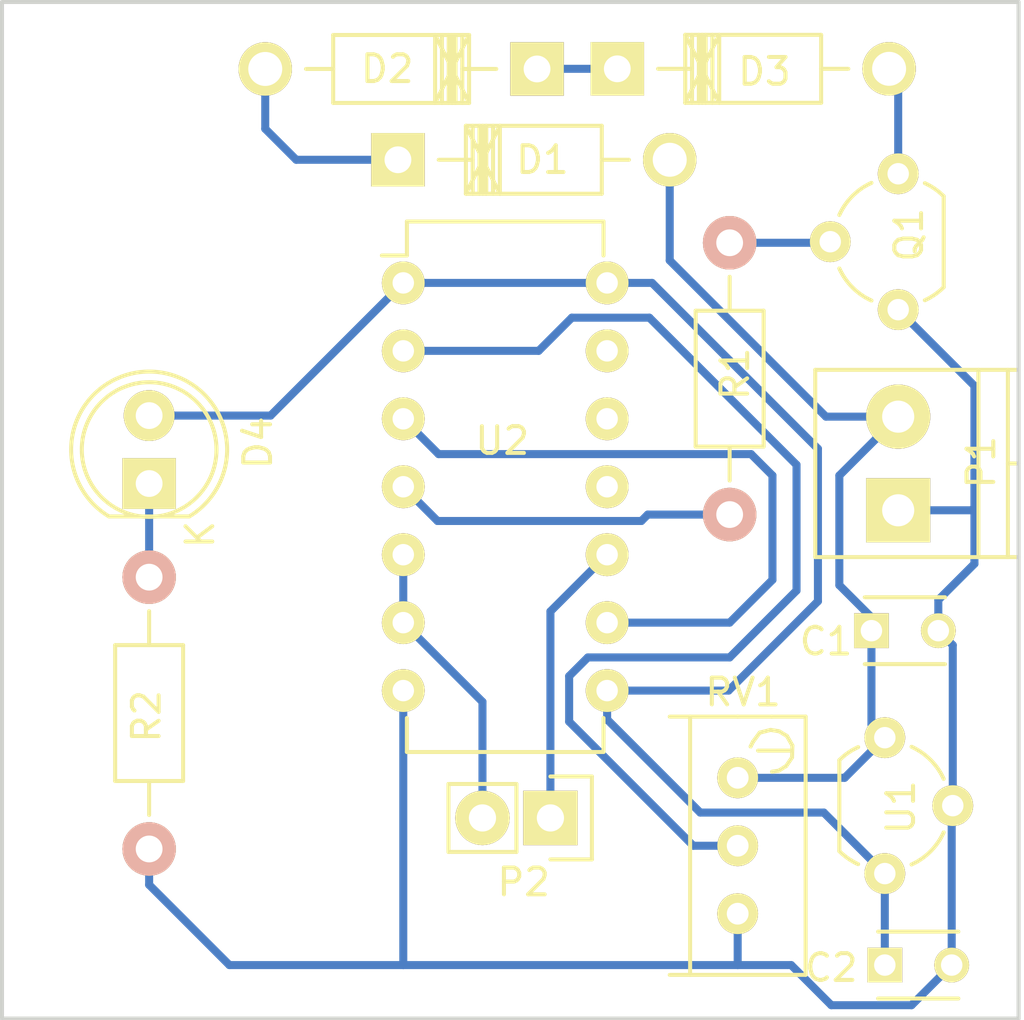
<source format=kicad_pcb>
(kicad_pcb (version 4) (host pcbnew 4.0.2-stable)

  (general
    (links 27)
    (no_connects 0)
    (area 11.924999 11.775 50.425001 50.075001)
    (thickness 1.6)
    (drawings 4)
    (tracks 81)
    (zones 0)
    (modules 14)
    (nets 14)
  )

  (page A4)
  (layers
    (0 F.Cu signal)
    (31 B.Cu signal)
    (32 B.Adhes user)
    (33 F.Adhes user)
    (34 B.Paste user)
    (35 F.Paste user)
    (36 B.SilkS user)
    (37 F.SilkS user)
    (38 B.Mask user)
    (39 F.Mask user)
    (40 Dwgs.User user)
    (41 Cmts.User user)
    (42 Eco1.User user)
    (43 Eco2.User user)
    (44 Edge.Cuts user)
    (45 Margin user)
    (46 B.CrtYd user)
    (47 F.CrtYd user)
    (48 B.Fab user)
    (49 F.Fab user)
  )

  (setup
    (last_trace_width 0.3)
    (trace_clearance 0.2)
    (zone_clearance 0.508)
    (zone_45_only no)
    (trace_min 0.2)
    (segment_width 0.2)
    (edge_width 0.15)
    (via_size 0.6)
    (via_drill 0.4)
    (via_min_size 0.4)
    (via_min_drill 0.3)
    (uvia_size 0.3)
    (uvia_drill 0.1)
    (uvias_allowed no)
    (uvia_min_size 0.2)
    (uvia_min_drill 0.1)
    (pcb_text_width 0.3)
    (pcb_text_size 1.5 1.5)
    (mod_edge_width 0.15)
    (mod_text_size 1 1)
    (mod_text_width 0.15)
    (pad_size 1.524 1.524)
    (pad_drill 0.762)
    (pad_to_mask_clearance 0.2)
    (aux_axis_origin 0 0)
    (visible_elements FFFFFF7F)
    (pcbplotparams
      (layerselection 0x00000_80000000)
      (usegerberextensions false)
      (excludeedgelayer true)
      (linewidth 0.100000)
      (plotframeref false)
      (viasonmask false)
      (mode 1)
      (useauxorigin false)
      (hpglpennumber 1)
      (hpglpenspeed 20)
      (hpglpendiameter 15)
      (hpglpenoverlay 2)
      (psnegative false)
      (psa4output false)
      (plotreference true)
      (plotvalue true)
      (plotinvisibletext false)
      (padsonsilk false)
      (subtractmaskfromsilk false)
      (outputformat 4)
      (mirror false)
      (drillshape 1)
      (scaleselection 1)
      (outputdirectory gerbers))
  )

  (net 0 "")
  (net 1 EBUS+)
  (net 2 EBUS-)
  (net 3 VDD)
  (net 4 "Net-(D1-Pad1)")
  (net 5 "Net-(D2-Pad1)")
  (net 6 "Net-(D3-Pad2)")
  (net 7 "Net-(D4-Pad1)")
  (net 8 RXD)
  (net 9 TXD)
  (net 10 "Net-(Q1-Pad2)")
  (net 11 "Net-(R1-Pad2)")
  (net 12 "Net-(RV1-Pad2)")
  (net 13 "Net-(U2-Pad3)")

  (net_class Default "This is the default net class."
    (clearance 0.2)
    (trace_width 0.3)
    (via_dia 0.6)
    (via_drill 0.4)
    (uvia_dia 0.3)
    (uvia_drill 0.1)
    (add_net EBUS+)
    (add_net EBUS-)
    (add_net "Net-(D1-Pad1)")
    (add_net "Net-(D2-Pad1)")
    (add_net "Net-(D3-Pad2)")
    (add_net "Net-(D4-Pad1)")
    (add_net "Net-(Q1-Pad2)")
    (add_net "Net-(R1-Pad2)")
    (add_net "Net-(RV1-Pad2)")
    (add_net "Net-(U2-Pad3)")
    (add_net RXD)
    (add_net TXD)
    (add_net VDD)
  )

  (module Diodes_ThroughHole:Diode_DO-41_SOD81_Horizontal_RM10 (layer F.Cu) (tedit 57E4FE3B) (tstamp 57E4F97F)
    (at 26.8 17.9)
    (descr "Diode, DO-41, SOD81, Horizontal, RM 10mm,")
    (tags "Diode, DO-41, SOD81, Horizontal, RM 10mm, 1N4007, SB140,")
    (path /57E4F5BD)
    (fp_text reference D1 (at 5.4 0) (layer F.SilkS)
      (effects (font (size 1 1) (thickness 0.15)))
    )
    (fp_text value 1N4148 (at 5 1.5) (layer F.Fab)
      (effects (font (size 1 1) (thickness 0.15)))
    )
    (fp_line (start 7.62 -0.00254) (end 8.636 -0.00254) (layer F.SilkS) (width 0.15))
    (fp_line (start 2.794 -0.00254) (end 1.524 -0.00254) (layer F.SilkS) (width 0.15))
    (fp_line (start 3.048 -1.27254) (end 3.048 1.26746) (layer F.SilkS) (width 0.15))
    (fp_line (start 3.302 -1.27254) (end 3.302 1.26746) (layer F.SilkS) (width 0.15))
    (fp_line (start 3.556 -1.27254) (end 3.556 1.26746) (layer F.SilkS) (width 0.15))
    (fp_line (start 2.794 -1.27254) (end 2.794 1.26746) (layer F.SilkS) (width 0.15))
    (fp_line (start 3.81 -1.27254) (end 2.54 1.26746) (layer F.SilkS) (width 0.15))
    (fp_line (start 2.54 -1.27254) (end 3.81 1.26746) (layer F.SilkS) (width 0.15))
    (fp_line (start 3.81 -1.27254) (end 3.81 1.26746) (layer F.SilkS) (width 0.15))
    (fp_line (start 3.175 -1.27254) (end 3.175 1.26746) (layer F.SilkS) (width 0.15))
    (fp_line (start 2.54 1.26746) (end 2.54 -1.27254) (layer F.SilkS) (width 0.15))
    (fp_line (start 2.54 -1.27254) (end 7.62 -1.27254) (layer F.SilkS) (width 0.15))
    (fp_line (start 7.62 -1.27254) (end 7.62 1.26746) (layer F.SilkS) (width 0.15))
    (fp_line (start 7.62 1.26746) (end 2.54 1.26746) (layer F.SilkS) (width 0.15))
    (pad 2 thru_hole circle (at 10.16 -0.00254 180) (size 1.99898 1.99898) (drill 1.27) (layers *.Cu *.Mask F.SilkS)
      (net 1 EBUS+))
    (pad 1 thru_hole rect (at 0 -0.00254 180) (size 1.99898 1.99898) (drill 1.00076) (layers *.Cu *.Mask F.SilkS)
      (net 4 "Net-(D1-Pad1)"))
  )

  (module Diodes_ThroughHole:Diode_DO-41_SOD81_Horizontal_RM10 (layer F.Cu) (tedit 57E4FE27) (tstamp 57E4F985)
    (at 32 14.5 180)
    (descr "Diode, DO-41, SOD81, Horizontal, RM 10mm,")
    (tags "Diode, DO-41, SOD81, Horizontal, RM 10mm, 1N4007, SB140,")
    (path /57E4F59A)
    (fp_text reference D2 (at 5.6 0 180) (layer F.SilkS)
      (effects (font (size 1 1) (thickness 0.15)))
    )
    (fp_text value 1N4148 (at 5.1 1.6 180) (layer F.Fab)
      (effects (font (size 1 1) (thickness 0.15)))
    )
    (fp_line (start 7.62 -0.00254) (end 8.636 -0.00254) (layer F.SilkS) (width 0.15))
    (fp_line (start 2.794 -0.00254) (end 1.524 -0.00254) (layer F.SilkS) (width 0.15))
    (fp_line (start 3.048 -1.27254) (end 3.048 1.26746) (layer F.SilkS) (width 0.15))
    (fp_line (start 3.302 -1.27254) (end 3.302 1.26746) (layer F.SilkS) (width 0.15))
    (fp_line (start 3.556 -1.27254) (end 3.556 1.26746) (layer F.SilkS) (width 0.15))
    (fp_line (start 2.794 -1.27254) (end 2.794 1.26746) (layer F.SilkS) (width 0.15))
    (fp_line (start 3.81 -1.27254) (end 2.54 1.26746) (layer F.SilkS) (width 0.15))
    (fp_line (start 2.54 -1.27254) (end 3.81 1.26746) (layer F.SilkS) (width 0.15))
    (fp_line (start 3.81 -1.27254) (end 3.81 1.26746) (layer F.SilkS) (width 0.15))
    (fp_line (start 3.175 -1.27254) (end 3.175 1.26746) (layer F.SilkS) (width 0.15))
    (fp_line (start 2.54 1.26746) (end 2.54 -1.27254) (layer F.SilkS) (width 0.15))
    (fp_line (start 2.54 -1.27254) (end 7.62 -1.27254) (layer F.SilkS) (width 0.15))
    (fp_line (start 7.62 -1.27254) (end 7.62 1.26746) (layer F.SilkS) (width 0.15))
    (fp_line (start 7.62 1.26746) (end 2.54 1.26746) (layer F.SilkS) (width 0.15))
    (pad 2 thru_hole circle (at 10.16 -0.00254) (size 1.99898 1.99898) (drill 1.27) (layers *.Cu *.Mask F.SilkS)
      (net 4 "Net-(D1-Pad1)"))
    (pad 1 thru_hole rect (at 0 -0.00254) (size 1.99898 1.99898) (drill 1.00076) (layers *.Cu *.Mask F.SilkS)
      (net 5 "Net-(D2-Pad1)"))
  )

  (module Diodes_ThroughHole:Diode_DO-41_SOD81_Horizontal_RM10 (layer F.Cu) (tedit 57E4FE7A) (tstamp 57E4F98B)
    (at 35 14.5)
    (descr "Diode, DO-41, SOD81, Horizontal, RM 10mm,")
    (tags "Diode, DO-41, SOD81, Horizontal, RM 10mm, 1N4007, SB140,")
    (path /57E4F60B)
    (fp_text reference D3 (at 5.5 0.1) (layer F.SilkS)
      (effects (font (size 1 1) (thickness 0.15)))
    )
    (fp_text value 7.5V/1.3W (at 5.1 -1.5) (layer F.Fab)
      (effects (font (size 1 1) (thickness 0.15)))
    )
    (fp_line (start 7.62 -0.00254) (end 8.636 -0.00254) (layer F.SilkS) (width 0.15))
    (fp_line (start 2.794 -0.00254) (end 1.524 -0.00254) (layer F.SilkS) (width 0.15))
    (fp_line (start 3.048 -1.27254) (end 3.048 1.26746) (layer F.SilkS) (width 0.15))
    (fp_line (start 3.302 -1.27254) (end 3.302 1.26746) (layer F.SilkS) (width 0.15))
    (fp_line (start 3.556 -1.27254) (end 3.556 1.26746) (layer F.SilkS) (width 0.15))
    (fp_line (start 2.794 -1.27254) (end 2.794 1.26746) (layer F.SilkS) (width 0.15))
    (fp_line (start 3.81 -1.27254) (end 2.54 1.26746) (layer F.SilkS) (width 0.15))
    (fp_line (start 2.54 -1.27254) (end 3.81 1.26746) (layer F.SilkS) (width 0.15))
    (fp_line (start 3.81 -1.27254) (end 3.81 1.26746) (layer F.SilkS) (width 0.15))
    (fp_line (start 3.175 -1.27254) (end 3.175 1.26746) (layer F.SilkS) (width 0.15))
    (fp_line (start 2.54 1.26746) (end 2.54 -1.27254) (layer F.SilkS) (width 0.15))
    (fp_line (start 2.54 -1.27254) (end 7.62 -1.27254) (layer F.SilkS) (width 0.15))
    (fp_line (start 7.62 -1.27254) (end 7.62 1.26746) (layer F.SilkS) (width 0.15))
    (fp_line (start 7.62 1.26746) (end 2.54 1.26746) (layer F.SilkS) (width 0.15))
    (pad 2 thru_hole circle (at 10.16 -0.00254 180) (size 1.99898 1.99898) (drill 1.27) (layers *.Cu *.Mask F.SilkS)
      (net 6 "Net-(D3-Pad2)"))
    (pad 1 thru_hole rect (at 0 -0.00254 180) (size 1.99898 1.99898) (drill 1.00076) (layers *.Cu *.Mask F.SilkS)
      (net 5 "Net-(D2-Pad1)"))
  )

  (module LEDs:LED-5MM (layer F.Cu) (tedit 5570F7EA) (tstamp 57E4F991)
    (at 17.5 30 90)
    (descr "LED 5mm round vertical")
    (tags "LED 5mm round vertical")
    (path /57E4F54E)
    (fp_text reference D4 (at 1.524 4.064 90) (layer F.SilkS)
      (effects (font (size 1 1) (thickness 0.15)))
    )
    (fp_text value LED (at 1.524 -3.937 90) (layer F.Fab)
      (effects (font (size 1 1) (thickness 0.15)))
    )
    (fp_line (start -1.5 -1.55) (end -1.5 1.55) (layer F.CrtYd) (width 0.05))
    (fp_arc (start 1.3 0) (end -1.5 1.55) (angle -302) (layer F.CrtYd) (width 0.05))
    (fp_arc (start 1.27 0) (end -1.23 -1.5) (angle 297.5) (layer F.SilkS) (width 0.15))
    (fp_line (start -1.23 1.5) (end -1.23 -1.5) (layer F.SilkS) (width 0.15))
    (fp_circle (center 1.27 0) (end 0.97 -2.5) (layer F.SilkS) (width 0.15))
    (fp_text user K (at -1.905 1.905 90) (layer F.SilkS)
      (effects (font (size 1 1) (thickness 0.15)))
    )
    (pad 1 thru_hole rect (at 0 0 180) (size 2 1.9) (drill 1.00076) (layers *.Cu *.Mask F.SilkS)
      (net 7 "Net-(D4-Pad1)"))
    (pad 2 thru_hole circle (at 2.54 0 90) (size 1.9 1.9) (drill 1.00076) (layers *.Cu *.Mask F.SilkS)
      (net 3 VDD))
    (model LEDs.3dshapes/LED-5MM.wrl
      (at (xyz 0.05 0 0))
      (scale (xyz 1 1 1))
      (rotate (xyz 0 0 90))
    )
  )

  (module Terminal_Blocks:TerminalBlock_Pheonix_PT-3.5mm_2pol (layer F.Cu) (tedit 57E4FE72) (tstamp 57E4F997)
    (at 45.5 31 90)
    (descr "2-way 3.5mm pitch terminal block, Phoenix PT series")
    (path /57E4F43B)
    (fp_text reference P1 (at 1.8 3.1 90) (layer F.SilkS)
      (effects (font (size 1 1) (thickness 0.15)))
    )
    (fp_text value EBUS (at 1.6 -2.1 90) (layer F.Fab)
      (effects (font (size 1 1) (thickness 0.15)))
    )
    (fp_line (start -1.9 -3.3) (end 5.4 -3.3) (layer F.CrtYd) (width 0.05))
    (fp_line (start -1.9 4.7) (end -1.9 -3.3) (layer F.CrtYd) (width 0.05))
    (fp_line (start 5.4 4.7) (end -1.9 4.7) (layer F.CrtYd) (width 0.05))
    (fp_line (start 5.4 -3.3) (end 5.4 4.7) (layer F.CrtYd) (width 0.05))
    (fp_line (start 1.75 4.1) (end 1.75 4.5) (layer F.SilkS) (width 0.15))
    (fp_line (start -1.75 3) (end 5.25 3) (layer F.SilkS) (width 0.15))
    (fp_line (start -1.75 4.1) (end 5.25 4.1) (layer F.SilkS) (width 0.15))
    (fp_line (start -1.75 -3.1) (end -1.75 4.5) (layer F.SilkS) (width 0.15))
    (fp_line (start 5.25 4.5) (end 5.25 -3.1) (layer F.SilkS) (width 0.15))
    (fp_line (start 5.25 -3.1) (end -1.75 -3.1) (layer F.SilkS) (width 0.15))
    (pad 2 thru_hole circle (at 3.5 0 90) (size 2.4 2.4) (drill 1.2) (layers *.Cu *.Mask F.SilkS)
      (net 1 EBUS+))
    (pad 1 thru_hole rect (at 0 0 90) (size 2.4 2.4) (drill 1.2) (layers *.Cu *.Mask F.SilkS)
      (net 2 EBUS-))
    (model Terminal_Blocks.3dshapes/TerminalBlock_Pheonix_PT-3.5mm_2pol.wrl
      (at (xyz 0 0 0))
      (scale (xyz 1 1 1))
      (rotate (xyz 0 0 0))
    )
  )

  (module Pin_Headers:Pin_Header_Straight_1x02 (layer F.Cu) (tedit 57E4FE5E) (tstamp 57E4F99D)
    (at 32.5 42.5 270)
    (descr "Through hole pin header")
    (tags "pin header")
    (path /57E4F814)
    (fp_text reference P2 (at 2.4 1 360) (layer F.SilkS)
      (effects (font (size 1 1) (thickness 0.15)))
    )
    (fp_text value RS232 (at 3.9 0.8 360) (layer F.Fab)
      (effects (font (size 1 1) (thickness 0.15)))
    )
    (fp_line (start 1.27 1.27) (end 1.27 3.81) (layer F.SilkS) (width 0.15))
    (fp_line (start 1.55 -1.55) (end 1.55 0) (layer F.SilkS) (width 0.15))
    (fp_line (start -1.75 -1.75) (end -1.75 4.3) (layer F.CrtYd) (width 0.05))
    (fp_line (start 1.75 -1.75) (end 1.75 4.3) (layer F.CrtYd) (width 0.05))
    (fp_line (start -1.75 -1.75) (end 1.75 -1.75) (layer F.CrtYd) (width 0.05))
    (fp_line (start -1.75 4.3) (end 1.75 4.3) (layer F.CrtYd) (width 0.05))
    (fp_line (start 1.27 1.27) (end -1.27 1.27) (layer F.SilkS) (width 0.15))
    (fp_line (start -1.55 0) (end -1.55 -1.55) (layer F.SilkS) (width 0.15))
    (fp_line (start -1.55 -1.55) (end 1.55 -1.55) (layer F.SilkS) (width 0.15))
    (fp_line (start -1.27 1.27) (end -1.27 3.81) (layer F.SilkS) (width 0.15))
    (fp_line (start -1.27 3.81) (end 1.27 3.81) (layer F.SilkS) (width 0.15))
    (pad 1 thru_hole rect (at 0 0 270) (size 2.032 2.032) (drill 1.016) (layers *.Cu *.Mask F.SilkS)
      (net 8 RXD))
    (pad 2 thru_hole oval (at 0 2.54 270) (size 2.032 2.032) (drill 1.016) (layers *.Cu *.Mask F.SilkS)
      (net 9 TXD))
    (model Pin_Headers.3dshapes/Pin_Header_Straight_1x02.wrl
      (at (xyz 0 -0.05 0))
      (scale (xyz 1 1 1))
      (rotate (xyz 0 0 90))
    )
  )

  (module TO_SOT_Packages_THT:TO-92_Molded_Wide (layer F.Cu) (tedit 57E4FE41) (tstamp 57E4F9A4)
    (at 45.5 23.5 90)
    (descr "TO-92 leads molded, wide, drill 0.8mm (see NXP sot054_po.pdf)")
    (tags "to-92 sc-43 sc-43a sot54 PA33 transistor")
    (path /57E4F667)
    (fp_text reference Q1 (at 2.8 0.4 270) (layer F.SilkS)
      (effects (font (size 1 1) (thickness 0.15)))
    )
    (fp_text value PN2222A (at 2.7 2.3 90) (layer F.Fab)
      (effects (font (size 1 1) (thickness 0.15)))
    )
    (fp_arc (start 2.54 0) (end 0.34 -1) (angle 41.11209044) (layer F.SilkS) (width 0.15))
    (fp_arc (start 2.54 0) (end 4.74 -1) (angle -41.11210221) (layer F.SilkS) (width 0.15))
    (fp_arc (start 2.54 0) (end 0.84 1.7) (angle 20.5) (layer F.SilkS) (width 0.15))
    (fp_arc (start 2.54 0) (end 4.24 1.7) (angle -20.5) (layer F.SilkS) (width 0.15))
    (fp_line (start -1 1.95) (end -1 -3.55) (layer F.CrtYd) (width 0.05))
    (fp_line (start -1 1.95) (end 6.1 1.95) (layer F.CrtYd) (width 0.05))
    (fp_line (start 0.84 1.7) (end 4.24 1.7) (layer F.SilkS) (width 0.15))
    (fp_line (start -1 -3.55) (end 6.1 -3.55) (layer F.CrtYd) (width 0.05))
    (fp_line (start 6.1 1.95) (end 6.1 -3.55) (layer F.CrtYd) (width 0.05))
    (pad 2 thru_hole circle (at 2.54 -2.54 180) (size 1.524 1.524) (drill 0.8) (layers *.Cu *.Mask F.SilkS)
      (net 10 "Net-(Q1-Pad2)"))
    (pad 3 thru_hole circle (at 5.08 0 180) (size 1.524 1.524) (drill 0.8) (layers *.Cu *.Mask F.SilkS)
      (net 6 "Net-(D3-Pad2)"))
    (pad 1 thru_hole circle (at 0 0 180) (size 1.524 1.524) (drill 0.8) (layers *.Cu *.Mask F.SilkS)
      (net 2 EBUS-))
    (model TO_SOT_Packages_THT.3dshapes/TO-92_Molded_Wide.wrl
      (at (xyz 0.1 0 0))
      (scale (xyz 1 1 1))
      (rotate (xyz 0 0 -90))
    )
  )

  (module Resistors_ThroughHole:Resistor_Horizontal_RM10mm (layer F.Cu) (tedit 57E4FE6E) (tstamp 57E4F9AA)
    (at 39.2 21 270)
    (descr "Resistor, Axial,  RM 10mm, 1/3W")
    (tags "Resistor Axial RM 10mm 1/3W")
    (path /57E4F633)
    (fp_text reference R1 (at 4.9 -0.2 270) (layer F.SilkS)
      (effects (font (size 1 1) (thickness 0.15)))
    )
    (fp_text value 8k (at 5.2 2.1 270) (layer F.Fab)
      (effects (font (size 1 1) (thickness 0.15)))
    )
    (fp_line (start -1.25 -1.5) (end 11.4 -1.5) (layer F.CrtYd) (width 0.05))
    (fp_line (start -1.25 1.5) (end -1.25 -1.5) (layer F.CrtYd) (width 0.05))
    (fp_line (start 11.4 -1.5) (end 11.4 1.5) (layer F.CrtYd) (width 0.05))
    (fp_line (start -1.25 1.5) (end 11.4 1.5) (layer F.CrtYd) (width 0.05))
    (fp_line (start 2.54 -1.27) (end 7.62 -1.27) (layer F.SilkS) (width 0.15))
    (fp_line (start 7.62 -1.27) (end 7.62 1.27) (layer F.SilkS) (width 0.15))
    (fp_line (start 7.62 1.27) (end 2.54 1.27) (layer F.SilkS) (width 0.15))
    (fp_line (start 2.54 1.27) (end 2.54 -1.27) (layer F.SilkS) (width 0.15))
    (fp_line (start 2.54 0) (end 1.27 0) (layer F.SilkS) (width 0.15))
    (fp_line (start 7.62 0) (end 8.89 0) (layer F.SilkS) (width 0.15))
    (pad 1 thru_hole circle (at 0 0 270) (size 1.99898 1.99898) (drill 1.00076) (layers *.Cu *.SilkS *.Mask)
      (net 10 "Net-(Q1-Pad2)"))
    (pad 2 thru_hole circle (at 10.16 0 270) (size 1.99898 1.99898) (drill 1.00076) (layers *.Cu *.SilkS *.Mask)
      (net 11 "Net-(R1-Pad2)"))
    (model Resistors_ThroughHole.3dshapes/Resistor_Horizontal_RM10mm.wrl
      (at (xyz 0 0 0))
      (scale (xyz 0.4 0.4 0.4))
      (rotate (xyz 0 0 0))
    )
  )

  (module Resistors_ThroughHole:Resistor_Horizontal_RM10mm (layer F.Cu) (tedit 57E4FE80) (tstamp 57E4F9B0)
    (at 17.5 33.5 270)
    (descr "Resistor, Axial,  RM 10mm, 1/3W")
    (tags "Resistor Axial RM 10mm 1/3W")
    (path /57E4F56F)
    (fp_text reference R2 (at 5.2 0.1 270) (layer F.SilkS)
      (effects (font (size 1 1) (thickness 0.15)))
    )
    (fp_text value 470 (at 5.4 -2.5 270) (layer F.Fab)
      (effects (font (size 1 1) (thickness 0.15)))
    )
    (fp_line (start -1.25 -1.5) (end 11.4 -1.5) (layer F.CrtYd) (width 0.05))
    (fp_line (start -1.25 1.5) (end -1.25 -1.5) (layer F.CrtYd) (width 0.05))
    (fp_line (start 11.4 -1.5) (end 11.4 1.5) (layer F.CrtYd) (width 0.05))
    (fp_line (start -1.25 1.5) (end 11.4 1.5) (layer F.CrtYd) (width 0.05))
    (fp_line (start 2.54 -1.27) (end 7.62 -1.27) (layer F.SilkS) (width 0.15))
    (fp_line (start 7.62 -1.27) (end 7.62 1.27) (layer F.SilkS) (width 0.15))
    (fp_line (start 7.62 1.27) (end 2.54 1.27) (layer F.SilkS) (width 0.15))
    (fp_line (start 2.54 1.27) (end 2.54 -1.27) (layer F.SilkS) (width 0.15))
    (fp_line (start 2.54 0) (end 1.27 0) (layer F.SilkS) (width 0.15))
    (fp_line (start 7.62 0) (end 8.89 0) (layer F.SilkS) (width 0.15))
    (pad 1 thru_hole circle (at 0 0 270) (size 1.99898 1.99898) (drill 1.00076) (layers *.Cu *.SilkS *.Mask)
      (net 7 "Net-(D4-Pad1)"))
    (pad 2 thru_hole circle (at 10.16 0 270) (size 1.99898 1.99898) (drill 1.00076) (layers *.Cu *.SilkS *.Mask)
      (net 2 EBUS-))
    (model Resistors_ThroughHole.3dshapes/Resistor_Horizontal_RM10mm.wrl
      (at (xyz 0 0 0))
      (scale (xyz 0.4 0.4 0.4))
      (rotate (xyz 0 0 0))
    )
  )

  (module Potentiometers:Potentiometer_Bourns_3296W_3-8Zoll_Inline_ScrewUp (layer F.Cu) (tedit 57E4FE65) (tstamp 57E4F9B7)
    (at 39.5 41 180)
    (descr "3296, 3/8, Square, Trimpot, Trimming, Potentiometer, Bourns")
    (tags "3296, 3/8, Square, Trimpot, Trimming, Potentiometer, Bourns")
    (path /57E4F6AB)
    (fp_text reference RV1 (at -0.2 3.2 180) (layer F.SilkS)
      (effects (font (size 1 1) (thickness 0.15)))
    )
    (fp_text value 10k (at 2.8 -2.4 270) (layer F.Fab)
      (effects (font (size 1 1) (thickness 0.15)))
    )
    (fp_line (start -2.032 1.016) (end -0.762 1.016) (layer F.SilkS) (width 0.15))
    (fp_line (start -1.2827 0.2286) (end -1.5367 0.2667) (layer F.SilkS) (width 0.15))
    (fp_line (start -1.5367 0.2667) (end -1.8161 0.4445) (layer F.SilkS) (width 0.15))
    (fp_line (start -1.8161 0.4445) (end -2.032 0.762) (layer F.SilkS) (width 0.15))
    (fp_line (start -2.032 0.762) (end -2.0447 1.2065) (layer F.SilkS) (width 0.15))
    (fp_line (start -2.0447 1.2065) (end -1.8415 1.5621) (layer F.SilkS) (width 0.15))
    (fp_line (start -1.8415 1.5621) (end -1.5494 1.7399) (layer F.SilkS) (width 0.15))
    (fp_line (start -1.5494 1.7399) (end -1.2319 1.7907) (layer F.SilkS) (width 0.15))
    (fp_line (start -1.2319 1.7907) (end -0.8255 1.6891) (layer F.SilkS) (width 0.15))
    (fp_line (start -0.8255 1.6891) (end -0.5715 1.3462) (layer F.SilkS) (width 0.15))
    (fp_line (start -0.5715 1.3462) (end -0.4826 1.1684) (layer F.SilkS) (width 0.15))
    (fp_line (start 1.778 -7.366) (end 1.778 2.286) (layer F.SilkS) (width 0.15))
    (fp_line (start -1.27 2.286) (end -2.54 2.286) (layer F.SilkS) (width 0.15))
    (fp_line (start -2.54 2.286) (end -2.54 -7.366) (layer F.SilkS) (width 0.15))
    (fp_line (start -2.54 -7.366) (end 2.54 -7.366) (layer F.SilkS) (width 0.15))
    (fp_line (start 2.54 2.286) (end 0 2.286) (layer F.SilkS) (width 0.15))
    (fp_line (start 0 2.286) (end -1.27 2.286) (layer F.SilkS) (width 0.15))
    (pad 2 thru_hole circle (at 0 -2.54 180) (size 1.524 1.524) (drill 0.8128) (layers *.Cu *.Mask F.SilkS)
      (net 12 "Net-(RV1-Pad2)"))
    (pad 3 thru_hole circle (at 0 -5.08 180) (size 1.524 1.524) (drill 0.8128) (layers *.Cu *.Mask F.SilkS)
      (net 2 EBUS-))
    (pad 1 thru_hole circle (at 0 0 180) (size 1.524 1.524) (drill 0.8128) (layers *.Cu *.Mask F.SilkS)
      (net 1 EBUS+))
    (model Potentiometers.3dshapes/Potentiometer_Bourns_3296W_3-8Zoll_Inline_ScrewUp.wrl
      (at (xyz 0 0 0))
      (scale (xyz 1 1 1))
      (rotate (xyz 0 0 0))
    )
  )

  (module TO_SOT_Packages_THT:TO-92_Molded_Wide (layer F.Cu) (tedit 57E4FE74) (tstamp 57E4F9BE)
    (at 45 39.5 270)
    (descr "TO-92 leads molded, wide, drill 0.8mm (see NXP sot054_po.pdf)")
    (tags "to-92 sc-43 sc-43a sot54 PA33 transistor")
    (path /57E4F4CD)
    (fp_text reference U1 (at 2.6 -0.6 450) (layer F.SilkS)
      (effects (font (size 1 1) (thickness 0.15)))
    )
    (fp_text value 7805 (at 2.6 1.2 270) (layer F.Fab)
      (effects (font (size 1 1) (thickness 0.15)))
    )
    (fp_arc (start 2.54 0) (end 0.34 -1) (angle 41.11209044) (layer F.SilkS) (width 0.15))
    (fp_arc (start 2.54 0) (end 4.74 -1) (angle -41.11210221) (layer F.SilkS) (width 0.15))
    (fp_arc (start 2.54 0) (end 0.84 1.7) (angle 20.5) (layer F.SilkS) (width 0.15))
    (fp_arc (start 2.54 0) (end 4.24 1.7) (angle -20.5) (layer F.SilkS) (width 0.15))
    (fp_line (start -1 1.95) (end -1 -3.55) (layer F.CrtYd) (width 0.05))
    (fp_line (start -1 1.95) (end 6.1 1.95) (layer F.CrtYd) (width 0.05))
    (fp_line (start 0.84 1.7) (end 4.24 1.7) (layer F.SilkS) (width 0.15))
    (fp_line (start -1 -3.55) (end 6.1 -3.55) (layer F.CrtYd) (width 0.05))
    (fp_line (start 6.1 1.95) (end 6.1 -3.55) (layer F.CrtYd) (width 0.05))
    (pad 2 thru_hole circle (at 2.54 -2.54) (size 1.524 1.524) (drill 0.8) (layers *.Cu *.Mask F.SilkS)
      (net 2 EBUS-))
    (pad 3 thru_hole circle (at 5.08 0) (size 1.524 1.524) (drill 0.8) (layers *.Cu *.Mask F.SilkS)
      (net 3 VDD))
    (pad 1 thru_hole circle (at 0 0) (size 1.524 1.524) (drill 0.8) (layers *.Cu *.Mask F.SilkS)
      (net 1 EBUS+))
    (model TO_SOT_Packages_THT.3dshapes/TO-92_Molded_Wide.wrl
      (at (xyz 0.1 0 0))
      (scale (xyz 1 1 1))
      (rotate (xyz 0 0 -90))
    )
  )

  (module Housings_DIP:DIP-14_W7.62mm (layer F.Cu) (tedit 57E4FE32) (tstamp 57E4F9D0)
    (at 27 22.5)
    (descr "14-lead dip package, row spacing 7.62 mm (300 mils)")
    (tags "dil dip 2.54 300")
    (path /57E4F72F)
    (fp_text reference U2 (at 3.7 5.9) (layer F.SilkS)
      (effects (font (size 1 1) (thickness 0.15)))
    )
    (fp_text value 4011 (at 3.8 7.8) (layer F.Fab)
      (effects (font (size 1 1) (thickness 0.15)))
    )
    (fp_line (start -1.05 -2.45) (end -1.05 17.7) (layer F.CrtYd) (width 0.05))
    (fp_line (start 8.65 -2.45) (end 8.65 17.7) (layer F.CrtYd) (width 0.05))
    (fp_line (start -1.05 -2.45) (end 8.65 -2.45) (layer F.CrtYd) (width 0.05))
    (fp_line (start -1.05 17.7) (end 8.65 17.7) (layer F.CrtYd) (width 0.05))
    (fp_line (start 0.135 -2.295) (end 0.135 -1.025) (layer F.SilkS) (width 0.15))
    (fp_line (start 7.485 -2.295) (end 7.485 -1.025) (layer F.SilkS) (width 0.15))
    (fp_line (start 7.485 17.535) (end 7.485 16.265) (layer F.SilkS) (width 0.15))
    (fp_line (start 0.135 17.535) (end 0.135 16.265) (layer F.SilkS) (width 0.15))
    (fp_line (start 0.135 -2.295) (end 7.485 -2.295) (layer F.SilkS) (width 0.15))
    (fp_line (start 0.135 17.535) (end 7.485 17.535) (layer F.SilkS) (width 0.15))
    (fp_line (start 0.135 -1.025) (end -0.8 -1.025) (layer F.SilkS) (width 0.15))
    (pad 1 thru_hole oval (at 0 0) (size 1.6 1.6) (drill 0.8) (layers *.Cu *.Mask F.SilkS)
      (net 3 VDD))
    (pad 2 thru_hole oval (at 0 2.54) (size 1.6 1.6) (drill 0.8) (layers *.Cu *.Mask F.SilkS)
      (net 12 "Net-(RV1-Pad2)"))
    (pad 3 thru_hole oval (at 0 5.08) (size 1.6 1.6) (drill 0.8) (layers *.Cu *.Mask F.SilkS)
      (net 13 "Net-(U2-Pad3)"))
    (pad 4 thru_hole oval (at 0 7.62) (size 1.6 1.6) (drill 0.8) (layers *.Cu *.Mask F.SilkS)
      (net 11 "Net-(R1-Pad2)"))
    (pad 5 thru_hole oval (at 0 10.16) (size 1.6 1.6) (drill 0.8) (layers *.Cu *.Mask F.SilkS)
      (net 9 TXD))
    (pad 6 thru_hole oval (at 0 12.7) (size 1.6 1.6) (drill 0.8) (layers *.Cu *.Mask F.SilkS)
      (net 9 TXD))
    (pad 7 thru_hole oval (at 0 15.24) (size 1.6 1.6) (drill 0.8) (layers *.Cu *.Mask F.SilkS)
      (net 2 EBUS-))
    (pad 8 thru_hole oval (at 7.62 15.24) (size 1.6 1.6) (drill 0.8) (layers *.Cu *.Mask F.SilkS)
      (net 3 VDD))
    (pad 9 thru_hole oval (at 7.62 12.7) (size 1.6 1.6) (drill 0.8) (layers *.Cu *.Mask F.SilkS)
      (net 13 "Net-(U2-Pad3)"))
    (pad 10 thru_hole oval (at 7.62 10.16) (size 1.6 1.6) (drill 0.8) (layers *.Cu *.Mask F.SilkS)
      (net 8 RXD))
    (pad 11 thru_hole oval (at 7.62 7.62) (size 1.6 1.6) (drill 0.8) (layers *.Cu *.Mask F.SilkS))
    (pad 12 thru_hole oval (at 7.62 5.08) (size 1.6 1.6) (drill 0.8) (layers *.Cu *.Mask F.SilkS))
    (pad 13 thru_hole oval (at 7.62 2.54) (size 1.6 1.6) (drill 0.8) (layers *.Cu *.Mask F.SilkS))
    (pad 14 thru_hole oval (at 7.62 0) (size 1.6 1.6) (drill 0.8) (layers *.Cu *.Mask F.SilkS)
      (net 3 VDD))
    (model Housings_DIP.3dshapes/DIP-14_W7.62mm.wrl
      (at (xyz 0 0 0))
      (scale (xyz 1 1 1))
      (rotate (xyz 0 0 0))
    )
  )

  (module Capacitors_ThroughHole:C_Disc_D3_P2.5 (layer F.Cu) (tedit 57E4FE50) (tstamp 57E4FA2E)
    (at 44.5 35.5)
    (descr "Capacitor 3mm Disc, Pitch 2.5mm")
    (tags Capacitor)
    (path /57E4F505)
    (fp_text reference C1 (at -1.7 0.4) (layer F.SilkS)
      (effects (font (size 1 1) (thickness 0.15)))
    )
    (fp_text value 100pF (at 1.25 2.5) (layer F.Fab)
      (effects (font (size 1 1) (thickness 0.15)))
    )
    (fp_line (start -0.9 -1.5) (end 3.4 -1.5) (layer F.CrtYd) (width 0.05))
    (fp_line (start 3.4 -1.5) (end 3.4 1.5) (layer F.CrtYd) (width 0.05))
    (fp_line (start 3.4 1.5) (end -0.9 1.5) (layer F.CrtYd) (width 0.05))
    (fp_line (start -0.9 1.5) (end -0.9 -1.5) (layer F.CrtYd) (width 0.05))
    (fp_line (start -0.25 -1.25) (end 2.75 -1.25) (layer F.SilkS) (width 0.15))
    (fp_line (start 2.75 1.25) (end -0.25 1.25) (layer F.SilkS) (width 0.15))
    (pad 1 thru_hole rect (at 0 0) (size 1.3 1.3) (drill 0.8) (layers *.Cu *.Mask F.SilkS)
      (net 1 EBUS+))
    (pad 2 thru_hole circle (at 2.5 0) (size 1.3 1.3) (drill 0.8001) (layers *.Cu *.Mask F.SilkS)
      (net 2 EBUS-))
    (model Capacitors_ThroughHole.3dshapes/C_Disc_D3_P2.5.wrl
      (at (xyz 0.0492126 0 0))
      (scale (xyz 1 1 1))
      (rotate (xyz 0 0 0))
    )
  )

  (module Capacitors_ThroughHole:C_Disc_D3_P2.5 (layer F.Cu) (tedit 57E4FE4E) (tstamp 57E4FA33)
    (at 45 48)
    (descr "Capacitor 3mm Disc, Pitch 2.5mm")
    (tags Capacitor)
    (path /57E4F520)
    (fp_text reference C2 (at -2 0.1) (layer F.SilkS)
      (effects (font (size 1 1) (thickness 0.15)))
    )
    (fp_text value 100pF (at 1.4 -1.7) (layer F.Fab)
      (effects (font (size 1 1) (thickness 0.15)))
    )
    (fp_line (start -0.9 -1.5) (end 3.4 -1.5) (layer F.CrtYd) (width 0.05))
    (fp_line (start 3.4 -1.5) (end 3.4 1.5) (layer F.CrtYd) (width 0.05))
    (fp_line (start 3.4 1.5) (end -0.9 1.5) (layer F.CrtYd) (width 0.05))
    (fp_line (start -0.9 1.5) (end -0.9 -1.5) (layer F.CrtYd) (width 0.05))
    (fp_line (start -0.25 -1.25) (end 2.75 -1.25) (layer F.SilkS) (width 0.15))
    (fp_line (start 2.75 1.25) (end -0.25 1.25) (layer F.SilkS) (width 0.15))
    (pad 1 thru_hole rect (at 0 0) (size 1.3 1.3) (drill 0.8) (layers *.Cu *.Mask F.SilkS)
      (net 3 VDD))
    (pad 2 thru_hole circle (at 2.5 0) (size 1.3 1.3) (drill 0.8001) (layers *.Cu *.Mask F.SilkS)
      (net 2 EBUS-))
    (model Capacitors_ThroughHole.3dshapes/C_Disc_D3_P2.5.wrl
      (at (xyz 0.0492126 0 0))
      (scale (xyz 1 1 1))
      (rotate (xyz 0 0 0))
    )
  )

  (gr_line (start 12 50) (end 12 12) (angle 90) (layer Edge.Cuts) (width 0.15))
  (gr_line (start 50 50) (end 12 50) (angle 90) (layer Edge.Cuts) (width 0.15))
  (gr_line (start 50 12) (end 50 50) (angle 90) (layer Edge.Cuts) (width 0.15))
  (gr_line (start 12 12) (end 50 12) (angle 90) (layer Edge.Cuts) (width 0.15))

  (segment (start 36.96 17.89746) (end 36.96 21.66) (width 0.3) (layer B.Cu) (net 1))
  (segment (start 42.8 27.5) (end 45.5 27.5) (width 0.3) (layer B.Cu) (net 1) (tstamp 57E4FCCB))
  (segment (start 36.96 21.66) (end 42.8 27.5) (width 0.3) (layer B.Cu) (net 1) (tstamp 57E4FCC8))
  (segment (start 44.5 35.5) (end 44.5 35) (width 0.3) (layer B.Cu) (net 1))
  (segment (start 44.5 35) (end 43.3 33.8) (width 0.3) (layer B.Cu) (net 1) (tstamp 57E4FBB1))
  (segment (start 43.3 29.7) (end 45.5 27.5) (width 0.3) (layer B.Cu) (net 1) (tstamp 57E4FBB5))
  (segment (start 43.3 33.8) (end 43.3 29.7) (width 0.3) (layer B.Cu) (net 1) (tstamp 57E4FBB3))
  (segment (start 44.5 35.5) (end 44.5 39) (width 0.3) (layer B.Cu) (net 1))
  (segment (start 44.5 39) (end 45 39.5) (width 0.3) (layer B.Cu) (net 1) (tstamp 57E4FBA9))
  (segment (start 39.5 41) (end 43.5 41) (width 0.3) (layer B.Cu) (net 1))
  (segment (start 43.5 41) (end 45 39.5) (width 0.3) (layer B.Cu) (net 1) (tstamp 57E4FBA3))
  (segment (start 45.5 31) (end 48.25 31) (width 0.3) (layer B.Cu) (net 2))
  (segment (start 48.25 31) (end 48.35 30.9) (width 0.3) (layer B.Cu) (net 2) (tstamp 57E4FBD4))
  (segment (start 47 35.5) (end 47 34.35) (width 0.3) (layer B.Cu) (net 2))
  (segment (start 48.35 26.35) (end 45.5 23.5) (width 0.3) (layer B.Cu) (net 2) (tstamp 57E4FBCC))
  (segment (start 48.35 33) (end 48.35 30.9) (width 0.3) (layer B.Cu) (net 2) (tstamp 57E4FBC8))
  (segment (start 48.35 30.9) (end 48.35 26.35) (width 0.3) (layer B.Cu) (net 2) (tstamp 57E4FBD8))
  (segment (start 47 34.35) (end 48.35 33) (width 0.3) (layer B.Cu) (net 2) (tstamp 57E4FBC3))
  (segment (start 27 37.74) (end 27 48) (width 0.3) (layer B.Cu) (net 2))
  (segment (start 39.5 46.08) (end 39.5 48) (width 0.3) (layer B.Cu) (net 2))
  (segment (start 47.54 42.04) (end 47.54 36.04) (width 0.3) (layer B.Cu) (net 2))
  (segment (start 47.54 36.04) (end 47 35.5) (width 0.3) (layer B.Cu) (net 2) (tstamp 57E4FB5B))
  (segment (start 47.5 48) (end 47.5 42.08) (width 0.3) (layer B.Cu) (net 2))
  (segment (start 47.5 42.08) (end 47.54 42.04) (width 0.3) (layer B.Cu) (net 2) (tstamp 57E4FB57))
  (segment (start 17.5 43.66) (end 17.5 45) (width 0.3) (layer B.Cu) (net 2))
  (segment (start 46 49.5) (end 47.54 47.96) (width 0.3) (layer B.Cu) (net 2) (tstamp 57E4FB43))
  (segment (start 43 49.5) (end 46 49.5) (width 0.3) (layer B.Cu) (net 2) (tstamp 57E4FB41))
  (segment (start 41.5 48) (end 43 49.5) (width 0.3) (layer B.Cu) (net 2) (tstamp 57E4FB3F))
  (segment (start 20.5 48) (end 27 48) (width 0.3) (layer B.Cu) (net 2) (tstamp 57E4FB38))
  (segment (start 27 48) (end 39.5 48) (width 0.3) (layer B.Cu) (net 2) (tstamp 57E4FB6E))
  (segment (start 39.5 48) (end 41.5 48) (width 0.3) (layer B.Cu) (net 2) (tstamp 57E4FB67))
  (segment (start 17.5 45) (end 20.5 48) (width 0.3) (layer B.Cu) (net 2) (tstamp 57E4FB32))
  (segment (start 34.62 37.74) (end 34.62 38.82) (width 0.3) (layer B.Cu) (net 3))
  (segment (start 42.72 42.3) (end 45 44.58) (width 0.3) (layer B.Cu) (net 3) (tstamp 57E4FDCB))
  (segment (start 38.1 42.3) (end 42.72 42.3) (width 0.3) (layer B.Cu) (net 3) (tstamp 57E4FDC8))
  (segment (start 34.62 38.82) (end 38.1 42.3) (width 0.3) (layer B.Cu) (net 3) (tstamp 57E4FDC5))
  (segment (start 34.62 22.5) (end 36.3 22.5) (width 0.3) (layer B.Cu) (net 3))
  (segment (start 36.3 22.5) (end 42.5 28.7) (width 0.3) (layer B.Cu) (net 3) (tstamp 57E4FCB1))
  (segment (start 39.16 37.74) (end 34.62 37.74) (width 0.3) (layer B.Cu) (net 3) (tstamp 57E4FCB6))
  (segment (start 42.5 34.4) (end 39.16 37.74) (width 0.3) (layer B.Cu) (net 3) (tstamp 57E4FCB4))
  (segment (start 42.5 28.7) (end 42.5 34.4) (width 0.3) (layer B.Cu) (net 3) (tstamp 57E4FCB2))
  (segment (start 17.5 27.46) (end 22.04 27.46) (width 0.3) (layer B.Cu) (net 3))
  (segment (start 22.04 27.46) (end 27 22.5) (width 0.3) (layer B.Cu) (net 3) (tstamp 57E4FC13))
  (segment (start 27 22.5) (end 34.62 22.5) (width 0.3) (layer B.Cu) (net 3) (tstamp 57E4FC16))
  (segment (start 45 48) (end 45 44.58) (width 0.3) (layer B.Cu) (net 3))
  (segment (start 21.84 14.50254) (end 21.84 16.74) (width 0.3) (layer B.Cu) (net 4))
  (segment (start 22.99746 17.89746) (end 26.8 17.89746) (width 0.3) (layer B.Cu) (net 4) (tstamp 57E4FCDA))
  (segment (start 21.84 16.74) (end 22.99746 17.89746) (width 0.3) (layer B.Cu) (net 4) (tstamp 57E4FCD7))
  (segment (start 35 14.49746) (end 32.00508 14.49746) (width 0.3) (layer B.Cu) (net 5))
  (segment (start 32.00508 14.49746) (end 32 14.50254) (width 0.3) (layer B.Cu) (net 5) (tstamp 57E4FBEB))
  (segment (start 45.5 18.42) (end 45.5 14.83746) (width 0.3) (layer B.Cu) (net 6))
  (segment (start 45.5 14.83746) (end 45.16 14.49746) (width 0.3) (layer B.Cu) (net 6) (tstamp 57E4FBE3))
  (segment (start 17.5 30) (end 17.5 33.5) (width 0.3) (layer B.Cu) (net 7))
  (segment (start 32.5 42.5) (end 32.5 34.78) (width 0.3) (layer B.Cu) (net 8))
  (segment (start 32.5 34.78) (end 34.62 32.66) (width 0.3) (layer B.Cu) (net 8) (tstamp 57E4FC03))
  (segment (start 27 32.66) (end 27 35.2) (width 0.3) (layer B.Cu) (net 9))
  (segment (start 29.96 42.5) (end 29.96 38.16) (width 0.3) (layer B.Cu) (net 9))
  (segment (start 29.96 38.16) (end 27 35.2) (width 0.3) (layer B.Cu) (net 9) (tstamp 57E4FBF5))
  (segment (start 39.2 21) (end 42.92 21) (width 0.3) (layer B.Cu) (net 10))
  (segment (start 42.92 21) (end 42.96 20.96) (width 0.3) (layer B.Cu) (net 10) (tstamp 57E4FCCE))
  (segment (start 39.2 31.16) (end 36.14 31.16) (width 0.3) (layer B.Cu) (net 11))
  (segment (start 28.28 31.4) (end 27 30.12) (width 0.3) (layer B.Cu) (net 11) (tstamp 57E4FCEC))
  (segment (start 35.9 31.4) (end 28.28 31.4) (width 0.3) (layer B.Cu) (net 11) (tstamp 57E4FCE9))
  (segment (start 36.14 31.16) (end 35.9 31.4) (width 0.3) (layer B.Cu) (net 11) (tstamp 57E4FCE2))
  (segment (start 27 25.04) (end 32.06 25.04) (width 0.3) (layer B.Cu) (net 12))
  (segment (start 37.84 43.54) (end 39.5 43.54) (width 0.3) (layer B.Cu) (net 12) (tstamp 57E4FDBF))
  (segment (start 33.2 38.9) (end 37.84 43.54) (width 0.3) (layer B.Cu) (net 12) (tstamp 57E4FDB8))
  (segment (start 33.2 37.2) (end 33.2 38.9) (width 0.3) (layer B.Cu) (net 12) (tstamp 57E4FDB5))
  (segment (start 33.9 36.5) (end 33.2 37.2) (width 0.3) (layer B.Cu) (net 12) (tstamp 57E4FDB4))
  (segment (start 39.2 36.5) (end 33.9 36.5) (width 0.3) (layer B.Cu) (net 12) (tstamp 57E4FDB0))
  (segment (start 41.7 34) (end 39.2 36.5) (width 0.3) (layer B.Cu) (net 12) (tstamp 57E4FDAE))
  (segment (start 41.7 29.3) (end 41.7 34) (width 0.3) (layer B.Cu) (net 12) (tstamp 57E4FDAB))
  (segment (start 36.2 23.8) (end 41.7 29.3) (width 0.3) (layer B.Cu) (net 12) (tstamp 57E4FDA9))
  (segment (start 33.3 23.8) (end 36.2 23.8) (width 0.3) (layer B.Cu) (net 12) (tstamp 57E4FDA7))
  (segment (start 32.06 25.04) (end 33.3 23.8) (width 0.3) (layer B.Cu) (net 12) (tstamp 57E4FDA5))
  (segment (start 34.62 35.2) (end 39.2 35.2) (width 0.3) (layer B.Cu) (net 13))
  (segment (start 28.32 28.9) (end 27 27.58) (width 0.3) (layer B.Cu) (net 13) (tstamp 57E4FD1C))
  (segment (start 40 28.9) (end 28.32 28.9) (width 0.3) (layer B.Cu) (net 13) (tstamp 57E4FD17))
  (segment (start 40.8 29.7) (end 40 28.9) (width 0.3) (layer B.Cu) (net 13) (tstamp 57E4FD16))
  (segment (start 40.8 33.6) (end 40.8 29.7) (width 0.3) (layer B.Cu) (net 13) (tstamp 57E4FD14))
  (segment (start 39.2 35.2) (end 40.8 33.6) (width 0.3) (layer B.Cu) (net 13) (tstamp 57E4FD11))

)

</source>
